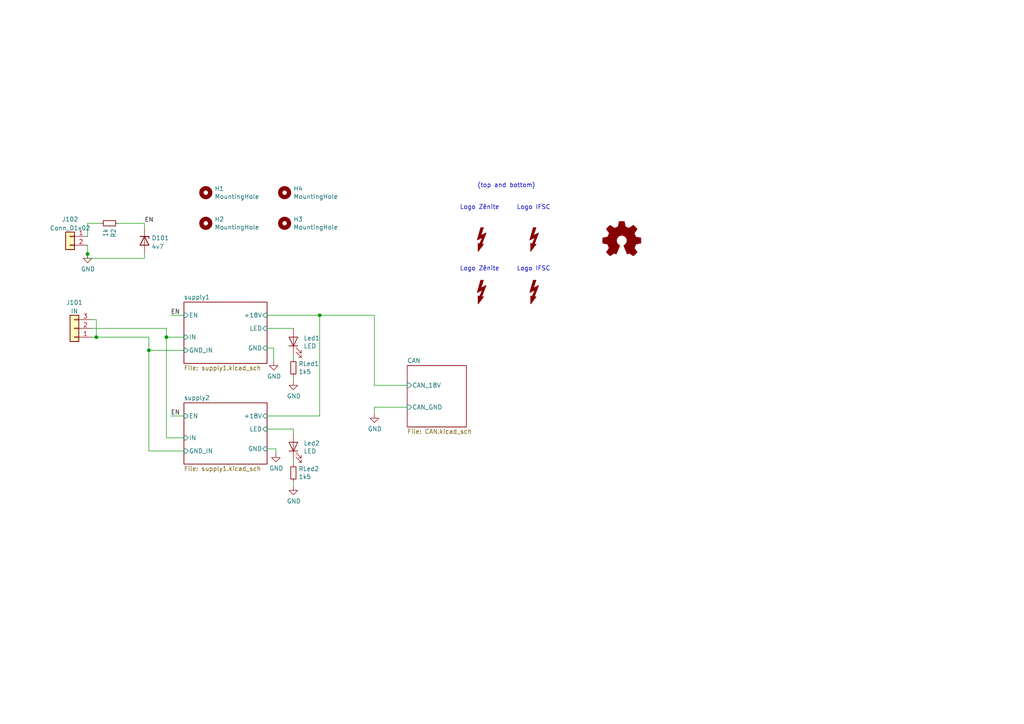
<source format=kicad_sch>
(kicad_sch (version 20211123) (generator eeschema)
  (paper "A4")
  (lib_symbols
    (symbol "Connector_Generic:Conn_01x02" (pin_names (offset 1.016) hide)
      (property "Reference" "J" (at 0 2.54 0))
      (property "Value" "Conn_01x02" (at 0 -5.08 0))
      (symbol "Conn_01x02_1_1"
        (rectangle (start -1.27 -2.413) (end 0 -2.667) (stroke (width 0.1524)))
        (rectangle (start -1.27 0.127) (end 0 -0.127) (stroke (width 0.1524)))
        (rectangle (start -1.27 1.27) (end 1.27 -3.81) (stroke (width 0.254)) (fill (type background)))
        (pin passive line (at -5.08 0 0) (length 3.81) (name "Pin_1") (number "1"))
        (pin passive line (at -5.08 -2.54 0) (length 3.81) (name "Pin_2") (number "2"))
      )
    )
    (symbol "Connector_Generic:Conn_01x03" (pin_names (offset 1.016) hide)
      (property "Reference" "J" (at 0 5.08 0))
      (property "Value" "Conn_01x03" (at 0 -5.08 0))
      (symbol "Conn_01x03_1_1"
        (rectangle (start -1.27 -2.413) (end 0 -2.667) (stroke (width 0.1524)))
        (rectangle (start -1.27 0.127) (end 0 -0.127) (stroke (width 0.1524)))
        (rectangle (start -1.27 2.667) (end 0 2.413) (stroke (width 0.1524)))
        (rectangle (start -1.27 3.81) (end 1.27 -3.81) (stroke (width 0.254)) (fill (type background)))
        (pin passive line (at -5.08 2.54 0) (length 3.81) (name "Pin_1") (number "1"))
        (pin passive line (at -5.08 0 0) (length 3.81) (name "Pin_2") (number "2"))
        (pin passive line (at -5.08 -2.54 0) (length 3.81) (name "Pin_3") (number "3"))
      )
    )
    (symbol "Device:D_Zener" (pin_numbers hide) (pin_names (offset 1.016) hide)
      (property "Reference" "D" (at 0 2.54 0))
      (property "Value" "D_Zener" (at 0 -2.54 0))
      (symbol "D_Zener_0_1"
        (polyline (pts (xy 1.27 0) (xy -1.27 0)))
        (polyline (pts (xy -1.27 -1.27) (xy -1.27 1.27) (xy -0.762 1.27)) (stroke (width 0.254)))
        (polyline (pts (xy 1.27 -1.27) (xy 1.27 1.27) (xy -1.27 0) (xy 1.27 -1.27)) (stroke (width 0.254)))
      )
      (symbol "D_Zener_1_1"
        (pin passive line (at -3.81 0 0) (length 2.54) (name "K") (number "1"))
        (pin passive line (at 3.81 0 180) (length 2.54) (name "A") (number "2"))
      )
    )
    (symbol "Graphic:Logo_Open_Hardware_Small" (pin_names (offset 1.016))
      (symbol "Logo_Open_Hardware_Small_0_1"
        (polyline (pts (xy 3.3528 -4.3434) (xy 3.302 -4.318) (xy 3.175 -4.2418) (xy 2.9972 -4.1148) (xy 2.7686 -3.9624) (xy 2.54 -3.81) (xy 2.3622 -3.7084) (xy 2.2352 -3.6068) (xy 2.1844 -3.5814) (xy 2.159 -3.6068) (xy 2.0574 -3.6576) (xy 1.905 -3.7338) (xy 1.8034 -3.7846) (xy 1.6764 -3.8354) (xy 1.6002 -3.8354) (xy 1.6002 -3.8354) (xy 1.5494 -3.7338) (xy 1.4732 -3.5306) (xy 1.3462 -3.302) (xy 1.2446 -3.0226) (xy 1.1176 -2.7178) (xy 0.9652 -2.413) (xy 0.8636 -2.1082) (xy 0.7366 -1.8288) (xy 0.6604 -1.6256) (xy 0.6096 -1.4732) (xy 0.5842 -1.397) (xy 0.5842 -1.397) (xy 0.6604 -1.3208) (xy 0.7874 -1.2446) (xy 1.0414 -1.016) (xy 1.2954 -0.6858) (xy 1.4478 -0.3302) (xy 1.524 0.0762) (xy 1.4732 0.4572) (xy 1.3208 0.8128) (xy 1.0668 1.143) (xy 0.762 1.3716) (xy 0.4064 1.524) (xy 0 1.5748) (xy -0.381 1.5494) (xy -0.7366 1.397) (xy -1.0668 1.143) (xy -1.2192 0.9906) (xy -1.397 0.6604) (xy -1.524 0.3048) (xy -1.524 0.2286) (xy -1.4986 -0.1778) (xy -1.397 -0.5334) (xy -1.1938 -0.8636) (xy -0.9144 -1.143) (xy -0.8636 -1.1684) (xy -0.7366 -1.27) (xy -0.635 -1.3462) (xy -0.5842 -1.397) (xy -1.0668 -2.5908) (xy -1.143 -2.794) (xy -1.2954 -3.1242) (xy -1.397 -3.4036) (xy -1.4986 -3.6322) (xy -1.5748 -3.7846) (xy -1.6002 -3.8354) (xy -1.6002 -3.8354) (xy -1.651 -3.8354) (xy -1.7272 -3.81) (xy -1.905 -3.7338) (xy -2.0066 -3.683) (xy -2.1336 -3.6068) (xy -2.2098 -3.5814) (xy -2.2606 -3.6068) (xy -2.3622 -3.683) (xy -2.54 -3.81) (xy -2.7686 -3.9624) (xy -2.9718 -4.0894) (xy -3.1496 -4.2164) (xy -3.302 -4.318) (xy -3.3528 -4.3434) (xy -3.3782 -4.3434) (xy -3.429 -4.318) (xy -3.5306 -4.2164) (xy -3.7084 -4.064) (xy -3.937 -3.8354) (xy -3.9624 -3.81) (xy -4.1656 -3.6068) (xy -4.318 -3.4544) (xy -4.4196 -3.3274) (xy -4.445 -3.2766) (xy -4.445 -3.2766) (xy -4.4196 -3.2258) (xy -4.318 -3.0734) (xy -4.2164 -2.8956) (xy -4.064 -2.667) (xy -3.6576 -2.0828) (xy -3.8862 -1.5494) (xy -3.937 -1.3716) (xy -4.0386 -1.1684) (xy -4.0894 -1.0414) (xy -4.1148 -0.9652) (xy -4.191 -0.9398) (xy -4.318 -0.9144) (xy -4.5466 -0.8636) (xy -4.8006 -0.8128) (xy -5.0546 -0.7874) (xy -5.2578 -0.7366) (xy -5.4356 -0.7112) (xy -5.5118 -0.6858) (xy -5.5118 -0.6858) (xy -5.5372 -0.635) (xy -5.5372 -0.5588) (xy -5.5372 -0.4318) (xy -5.5626 -0.2286) (xy -5.5626 0.0762) (xy -5.5626 0.127) (xy -5.5372 0.4064) (xy -5.5372 0.635) (xy -5.5372 0.762) (xy -5.5372 0.8382) (xy -5.5372 0.8382) (xy -5.461 0.8382) (xy -5.3086 0.889) (xy -5.08 0.9144) (xy -4.826 0.9652) (xy -4.8006 0.9906) (xy -4.5466 1.0414) (xy -4.318 1.0668) (xy -4.1656 1.1176) (xy -4.0894 1.143) (xy -4.0894 1.143) (xy -4.0386 1.2446) (xy -3.9624 1.4224) (xy -3.8608 1.6256) (xy -3.7846 1.8288) (xy -3.7084 2.0066) (xy -3.6576 2.159) (xy -3.6322 2.2098) (xy -3.6322 2.2098) (xy -3.683 2.286) (xy -3.7592 2.413) (xy -3.8862 2.5908) (xy -4.064 2.8194) (xy -4.064 2.8448) (xy -4.2164 3.0734) (xy -4.3434 3.2512) (xy -4.4196 3.3782) (xy -4.445 3.4544) (xy -4.445 3.4544) (xy -4.3942 3.5052) (xy -4.2926 3.6322) (xy -4.1148 3.81) (xy -3.937 4.0132) (xy -3.8608 4.064) (xy -3.6576 4.2926) (xy -3.5052 4.4196) (xy -3.4036 4.4958) (xy -3.3528 4.5212) (xy -3.3528 4.5212) (xy -3.302 4.4704) (xy -3.1496 4.3688) (xy -2.9718 4.2418) (xy -2.7432 4.0894) (xy -2.7178 4.0894) (xy -2.4892 3.937) (xy -2.3114 3.81) (xy -2.1844 3.7084) (xy -2.1336 3.683) (xy -2.1082 3.683) (xy -2.032 3.7084) (xy -1.8542 3.7592) (xy -1.6764 3.8354) (xy -1.4732 3.937) (xy -1.27 4.0132) (xy -1.143 4.064) (xy -1.0668 4.1148) (xy -1.0668 4.1148) (xy -1.0414 4.191) (xy -1.016 4.3434) (xy -0.9652 4.572) (xy -0.9144 4.8514) (xy -0.889 4.9022) (xy -0.8382 5.1562) (xy -0.8128 5.3848) (xy -0.7874 5.5372) (xy -0.762 5.588) (xy -0.7112 5.6134) (xy -0.5842 5.6134) (xy -0.4064 5.6134) (xy -0.1524 5.6134) (xy 0.0762 5.6134) (xy 0.3302 5.6134) (xy 0.5334 5.6134) (xy 0.6858 5.588) (xy 0.7366 5.588) (xy 0.7366 5.588) (xy 0.762 5.5118) (xy 0.8128 5.334) (xy 0.8382 5.1054) (xy 0.9144 4.826) (xy 0.9144 4.7752) (xy 0.9652 4.5212) (xy 1.016 4.2926) (xy 1.0414 4.1402) (xy 1.0668 4.0894) (xy 1.0668 4.0894) (xy 1.1938 4.0386) (xy 1.3716 3.9624) (xy 1.5748 3.8608) (xy 2.0828 3.6576) (xy 2.7178 4.0894) (xy 2.7686 4.1402) (xy 2.9972 4.2926) (xy 3.175 4.4196) (xy 3.302 4.4958) (xy 3.3782 4.5212) (xy 3.3782 4.5212) (xy 3.429 4.4704) (xy 3.556 4.3434) (xy 3.7338 4.191) (xy 3.9116 3.9878) (xy 4.064 3.8354) (xy 4.2418 3.6576) (xy 4.3434 3.556) (xy 4.4196 3.4798) (xy 4.4196 3.429) (xy 4.4196 3.4036) (xy 4.3942 3.3274) (xy 4.2926 3.2004) (xy 4.1656 2.9972) (xy 4.0132 2.794) (xy 3.8862 2.5908) (xy 3.7592 2.3876) (xy 3.6576 2.2352) (xy 3.6322 2.159) (xy 3.6322 2.1336) (xy 3.683 2.0066) (xy 3.7592 1.8288) (xy 3.8608 1.6002) (xy 4.064 1.1176) (xy 4.3942 1.0414) (xy 4.5974 1.016) (xy 4.8768 0.9652) (xy 5.1308 0.9144) (xy 5.5372 0.8382) (xy 5.5626 -0.6604) (xy 5.4864 -0.6858) (xy 5.4356 -0.6858) (xy 5.2832 -0.7366) (xy 5.0546 -0.762) (xy 4.8006 -0.8128) (xy 4.5974 -0.8636) (xy 4.3688 -0.9144) (xy 4.2164 -0.9398) (xy 4.1402 -0.9398) (xy 4.1148 -0.9652) (xy 4.064 -1.0668) (xy 3.9878 -1.2446) (xy 3.9116 -1.4478) (xy 3.81 -1.651) (xy 3.7338 -1.8542) (xy 3.683 -2.0066) (xy 3.6576 -2.0828) (xy 3.683 -2.1336) (xy 3.7846 -2.2606) (xy 3.8862 -2.4638) (xy 4.0386 -2.667) (xy 4.191 -2.8956) (xy 4.318 -3.0734) (xy 4.3942 -3.2004) (xy 4.445 -3.2766) (xy 4.4196 -3.3274) (xy 4.3434 -3.429) (xy 4.1656 -3.5814) (xy 3.937 -3.8354) (xy 3.8862 -3.8608) (xy 3.683 -4.064) (xy 3.5306 -4.2164) (xy 3.4036 -4.318) (xy 3.3528 -4.3434)) (fill (type outline)))
      )
    )
    (symbol "Graphic:SYM_Flash_Small" (pin_names (offset 1.016))
      (symbol "SYM_Flash_Small_0_1"
        (polyline (pts (xy 0.508 -1.016) (xy -1.016 -0.762) (xy -1.016 -3.048) (xy 0.508 -1.016)) (stroke (width 0.2032)) (fill (type outline)))
        (polyline (pts (xy -0.254 3.81) (xy 0.508 3.81) (xy -0.254 1.524) (xy 1.27 2.286) (xy 0 -1.016) (xy -0.508 -0.762) (xy 0.254 1.016) (xy -1.27 0.254) (xy -0.254 3.81)) (stroke (width 0.2032)) (fill (type outline)))
      )
    )
    (symbol "Mechanical:MountingHole" (pin_names (offset 1.016))
      (property "Reference" "H" (at 0 5.08 0))
      (property "Value" "MountingHole" (at 0 3.175 0))
      (symbol "MountingHole_0_1"
        (circle (center 0 0) (radius 1.27) (stroke (width 1.27)))
      )
    )
    (symbol "fonte_18V-rescue:GND-power" (power) (pin_names (offset 0))
      (property "Value" "GND-power" (at 0 -3.81 0))
      (symbol "GND-power_0_1"
        (polyline (pts (xy 0 0) (xy 0 -1.27) (xy 1.27 -1.27) (xy 0 -2.54) (xy -1.27 -1.27) (xy 0 -1.27)))
      )
      (symbol "GND-power_1_1"
        (pin power_in line (at 0 0 270) (length 0) hide (name "GND") (number "1"))
      )
    )
    (symbol "fonte_18V-rescue:LED-Device" (pin_numbers hide) (pin_names (offset 1.016) hide)
      (property "Reference" "D" (at 0 2.54 0))
      (property "Value" "LED-Device" (at 0 -2.54 0))
      (symbol "LED-Device_0_1"
        (polyline (pts (xy -1.27 -1.27) (xy -1.27 1.27)) (stroke (width 0.2032)))
        (polyline (pts (xy -1.27 0) (xy 1.27 0)))
        (polyline (pts (xy 1.27 -1.27) (xy 1.27 1.27) (xy -1.27 0) (xy 1.27 -1.27)) (stroke (width 0.2032)))
        (polyline (pts (xy -3.048 -0.762) (xy -4.572 -2.286) (xy -3.81 -2.286) (xy -4.572 -2.286) (xy -4.572 -1.524)))
        (polyline (pts (xy -1.778 -0.762) (xy -3.302 -2.286) (xy -2.54 -2.286) (xy -3.302 -2.286) (xy -3.302 -1.524)))
      )
      (symbol "LED-Device_1_1"
        (pin passive line (at -3.81 0 0) (length 2.54) (name "K") (number "1"))
        (pin passive line (at 3.81 0 180) (length 2.54) (name "A") (number "2"))
      )
    )
    (symbol "fonte_18V-rescue:R_Small-Device" (pin_numbers hide) (pin_names (offset 0.254) hide)
      (property "Reference" "R" (at 0.762 0.508 0))
      (property "Value" "R_Small-Device" (at 0.762 -1.016 0))
      (symbol "R_Small-Device_0_1"
        (rectangle (start -0.762 1.778) (end 0.762 -1.778) (stroke (width 0.2032)))
      )
      (symbol "R_Small-Device_1_1"
        (pin passive line (at 0 2.54 270) (length 0.762) (name "~") (number "1"))
        (pin passive line (at 0 -2.54 90) (length 0.762) (name "~") (number "2"))
      )
    )
  )
  (junction (at 27.94 97.79))
  (junction (at 43.18 101.6))
  (junction (at 92.71 91.44))
  (junction (at 25.4 73.66))
  (junction (at 48.26 97.79))
  (wire (pts (xy 41.91 74.93) (xy 41.91 73.66)))
  (wire (pts (xy 25.4 74.93) (xy 25.4 73.66)))
  (wire (pts (xy 53.34 97.79) (xy 48.26 97.79)))
  (wire (pts (xy 25.4 68.58) (xy 25.4 64.77)))
  (wire (pts (xy 43.18 101.6) (xy 43.18 130.81)))
  (wire (pts (xy 85.09 133.35) (xy 85.09 134.62)))
  (wire (pts (xy 26.67 92.71) (xy 27.94 92.71)))
  (wire (pts (xy 108.585 111.76) (xy 118.11 111.76)))
  (wire (pts (xy 27.94 97.79) (xy 43.18 97.79)))
  (wire (pts (xy 48.26 97.79) (xy 48.26 127)))
  (wire (pts (xy 26.67 97.79) (xy 27.94 97.79)))
  (wire (pts (xy 118.11 118.11) (xy 108.585 118.11)))
  (wire (pts (xy 85.09 139.7) (xy 85.09 140.97)))
  (wire (pts (xy 108.585 91.44) (xy 108.585 111.76)))
  (wire (pts (xy 48.26 95.25) (xy 48.26 97.79)))
  (wire (pts (xy 85.09 124.46) (xy 85.09 125.73)))
  (wire (pts (xy 77.47 130.175) (xy 80.01 130.175)))
  (wire (pts (xy 85.09 109.22) (xy 85.09 110.49)))
  (wire (pts (xy 92.71 91.44) (xy 108.585 91.44)))
  (wire (pts (xy 108.585 118.11) (xy 108.585 120.015)))
  (wire (pts (xy 34.29 64.77) (xy 41.91 64.77)))
  (wire (pts (xy 79.375 100.965) (xy 79.375 104.775)))
  (wire (pts (xy 77.47 91.44) (xy 92.71 91.44)))
  (wire (pts (xy 80.01 130.175) (xy 80.01 131.445)))
  (wire (pts (xy 77.47 100.965) (xy 79.375 100.965)))
  (wire (pts (xy 53.34 130.81) (xy 43.18 130.81)))
  (wire (pts (xy 25.4 74.93) (xy 41.91 74.93)))
  (wire (pts (xy 26.67 95.25) (xy 48.26 95.25)))
  (wire (pts (xy 27.94 92.71) (xy 27.94 97.79)))
  (wire (pts (xy 48.26 127) (xy 53.34 127)))
  (wire (pts (xy 77.47 124.46) (xy 85.09 124.46)))
  (wire (pts (xy 25.4 64.77) (xy 29.21 64.77)))
  (wire (pts (xy 77.47 95.25) (xy 85.09 95.25)))
  (wire (pts (xy 49.53 91.44) (xy 53.34 91.44)))
  (wire (pts (xy 43.18 97.79) (xy 43.18 101.6)))
  (wire (pts (xy 77.47 120.65) (xy 92.71 120.65)))
  (wire (pts (xy 85.09 102.87) (xy 85.09 104.14)))
  (wire (pts (xy 92.71 120.65) (xy 92.71 91.44)))
  (wire (pts (xy 49.53 120.65) (xy 53.34 120.65)))
  (wire (pts (xy 43.18 101.6) (xy 53.34 101.6)))
  (wire (pts (xy 41.91 64.77) (xy 41.91 66.04)))
  (wire (pts (xy 25.4 71.12) (xy 25.4 73.66)))
  (text "Logo Zênite" (at 133.35 60.96 0) (effects (font (size 1.27 1.27)) (justify left bottom)))
  (text "Logo IFSC" (at 149.86 60.96 0) (effects (font (size 1.27 1.27)) (justify left bottom)))
  (text "Logo IFSC" (at 149.86 78.74 0) (effects (font (size 1.27 1.27)) (justify left bottom)))
  (text "(top and bottom)" (at 138.43 54.61 0) (effects (font (size 1.27 1.27)) (justify left bottom)))
  (text "Logo Zênite" (at 133.35 78.74 0) (effects (font (size 1.27 1.27)) (justify left bottom)))
  (label "EN" (at 49.53 91.44 0))
  (label "EN" (at 49.53 120.65 0))
  (label "EN" (at 41.91 64.77 0))
  (symbol (lib_id "fonte_18V-rescue:R_Small-Device") (at 85.09 106.68 0) (unit 1)
    (property "Reference" "RLed1" (at 86.5886 105.5116 0) (effects (justify left)))
    (property "Value" "1k5" (at 86.5886 107.823 0) (effects (justify left)))
    (property "Footprint" "Resistor_SMD:R_0805_2012Metric_Pad1.20x1.40mm_HandSolder" (effects hide))
  )
  (symbol (lib_id "fonte_18V-rescue:LED-Device") (at 85.09 99.06 90) (unit 1)
    (property "Reference" "Led1" (at 88.0618 98.0694 90) (effects (justify right)))
    (property "Value" "LED" (at 88.0618 100.3808 90) (effects (justify right)))
    (property "Footprint" "LED_SMD:LED_0805_2012Metric_Pad1.15x1.40mm_HandSolder" (effects hide))
  )
  (symbol (lib_id "fonte_18V-rescue:R_Small-Device") (at 31.75 64.77 270) (unit 1)
    (property "Reference" "R2" (at 32.9184 66.2686 0) (effects (justify left)))
    (property "Value" "1k" (at 30.607 66.2686 0) (effects (justify left)))
    (property "Footprint" "Resistor_SMD:R_0805_2012Metric_Pad1.20x1.40mm_HandSolder" (effects hide))
  )
  (symbol (lib_id "fonte_18V-rescue:GND-power") (at 25.4 73.66 0) (unit 1)
    (property "Reference" "#PWR01" (effects hide))
    (property "Value" "GND" (at 25.527 78.0542 0))
  )
  (symbol (lib_id "Mechanical:MountingHole") (at 82.55 55.88 0) (unit 1)
    (property "Reference" "H4" (at 85.09 54.7116 0) (effects (justify left)))
    (property "Value" "MountingHole" (at 85.09 57.023 0) (effects (justify left)))
    (property "Footprint" "MountingHole:MountingHole_3.2mm_M3" (effects hide))
  )
  (symbol (lib_id "Mechanical:MountingHole") (at 82.55 64.77 0) (unit 1)
    (property "Reference" "H3" (at 85.09 63.6016 0) (effects (justify left)))
    (property "Value" "MountingHole" (at 85.09 65.913 0) (effects (justify left)))
    (property "Footprint" "MountingHole:MountingHole_3.2mm_M3" (effects hide))
  )
  (symbol (lib_id "Mechanical:MountingHole") (at 59.69 64.77 0) (unit 1)
    (property "Reference" "H2" (at 62.23 63.6016 0) (effects (justify left)))
    (property "Value" "MountingHole" (at 62.23 65.913 0) (effects (justify left)))
    (property "Footprint" "MountingHole:MountingHole_3.2mm_M3" (effects hide))
  )
  (symbol (lib_id "Mechanical:MountingHole") (at 59.69 55.88 0) (unit 1)
    (property "Reference" "H1" (at 62.23 54.7116 0) (effects (justify left)))
    (property "Value" "MountingHole" (at 62.23 57.023 0) (effects (justify left)))
    (property "Footprint" "MountingHole:MountingHole_3.2mm_M3" (effects hide))
  )
  (symbol (lib_id "fonte_18V-rescue:R_Small-Device") (at 85.09 137.16 0) (unit 1)
    (property "Reference" "RLed2" (at 86.5886 135.9916 0) (effects (justify left)))
    (property "Value" "1k5" (at 86.5886 138.303 0) (effects (justify left)))
    (property "Footprint" "Resistor_SMD:R_0805_2012Metric_Pad1.20x1.40mm_HandSolder" (effects hide))
  )
  (symbol (lib_id "fonte_18V-rescue:GND-power") (at 85.09 110.49 0) (unit 1)
    (property "Reference" "#PWR0102" (effects hide))
    (property "Value" "GND" (at 85.217 114.8842 0))
  )
  (symbol (lib_id "Graphic:SYM_Flash_Small") (at 139.7 85.09 0) (unit 1)
    (property "Reference" "SYM102" (effects hide))
    (property "Value" "SYM_Flash_Small" (effects hide))
    (property "Footprint" "KicadZeniteSolarLibrary18:symbol_logoZenite" (effects hide))
  )
  (symbol (lib_id "Graphic:SYM_Flash_Small") (at 154.94 85.09 0) (unit 1)
    (property "Reference" "SYM104" (effects hide))
    (property "Value" "SYM_Flash_Small" (effects hide))
    (property "Footprint" "KicadZeniteSolarLibrary18:synbol_logoifsc" (effects hide))
  )
  (symbol (lib_id "fonte_18V-rescue:GND-power") (at 108.585 120.015 0) (unit 1)
    (property "Reference" "#PWR0106" (effects hide))
    (property "Value" "GND" (at 108.712 124.4092 0))
  )
  (symbol (lib_id "fonte_18V-rescue:GND-power") (at 79.375 104.775 0) (unit 1)
    (property "Reference" "#PWR0104" (effects hide))
    (property "Value" "GND" (at 79.502 109.1692 0))
  )
  (symbol (lib_id "Graphic:Logo_Open_Hardware_Small") (at 180.34 69.85 0) (unit 1)
    (property "Reference" "LOGO101" (effects hide))
    (property "Value" "Logo_Open_Hardware_Small" (effects hide))
    (property "Footprint" "Symbol:OSHW-Logo2_7.3x6mm_SilkScreen" (effects hide))
  )
  (symbol (lib_id "fonte_18V-rescue:LED-Device") (at 85.09 129.54 90) (unit 1)
    (property "Reference" "Led2" (at 88.0618 128.5494 90) (effects (justify right)))
    (property "Value" "LED" (at 88.0618 130.8608 90) (effects (justify right)))
    (property "Footprint" "LED_SMD:LED_0805_2012Metric_Pad1.15x1.40mm_HandSolder" (effects hide))
  )
  (symbol (lib_id "Device:D_Zener") (at 41.91 69.85 270) (unit 1)
    (property "Reference" "D101" (at 43.942 69.0153 90) (effects (justify left)))
    (property "Value" "4v7" (at 43.942 71.5522 90) (effects (justify left)))
    (property "Footprint" "Diode_SMD:D_MiniMELF" (effects hide))
  )
  (symbol (lib_id "Graphic:SYM_Flash_Small") (at 154.94 69.85 0) (unit 1)
    (property "Reference" "SYM103" (effects hide))
    (property "Value" "SYM_Flash_Small" (effects hide))
    (property "Footprint" "KicadZeniteSolarLibrary18:synbol_logoifsc" (effects hide))
  )
  (symbol (lib_id "fonte_18V-rescue:GND-power") (at 85.09 140.97 0) (unit 1)
    (property "Reference" "#PWR0105" (effects hide))
    (property "Value" "GND" (at 85.217 145.3642 0))
  )
  (symbol (lib_id "Graphic:SYM_Flash_Small") (at 139.7 69.85 0) (unit 1)
    (property "Reference" "SYM101" (effects hide))
    (property "Value" "SYM_Flash_Small" (effects hide))
    (property "Footprint" "KicadZeniteSolarLibrary18:symbol_logoZenite" (effects hide))
  )
  (symbol (lib_id "Connector_Generic:Conn_01x03") (at 21.59 95.25 180) (unit 1)
    (property "Reference" "J101" (at 21.59 87.7402 0))
    (property "Value" "IN" (at 21.59 90.2771 0))
    (property "Footprint" "TerminalBlock:TerminalBlock_bornier-3_P5.08mm" (effects hide))
  )
  (symbol (lib_id "Connector_Generic:Conn_01x02") (at 20.32 68.58 0) (mirror y) (unit 1)
    (property "Reference" "J102" (at 20.32 63.6102 0))
    (property "Value" "Conn_01x02" (at 20.32 66.1471 0))
    (property "Footprint" "TerminalBlock:TerminalBlock_bornier-2_P5.08mm" (effects hide))
  )
  (symbol (lib_id "fonte_18V-rescue:GND-power") (at 80.01 131.445 0) (unit 1)
    (property "Reference" "#PWR0111" (effects hide))
    (property "Value" "GND" (at 80.137 135.8392 0))
  )
  (sheet (at 118.11 106.045) (size 17.145 17.78) (stroke (width 0.1524))
    (property "Sheet name" "CAN" (at 118.11 105.3334 0) (effects (justify left bottom)))
    (property "Sheet file" "CAN.kicad_sch" (at 118.11 124.4096 0) (effects (justify left top)))
    (pin "CAN_GND" input (at 118.11 118.11 180))
    (pin "CAN_18V" input (at 118.11 111.76 180))
  )
  (sheet (at 53.34 116.84) (size 24.13 17.78) (stroke (width 0.1524))
    (property "Sheet name" "supply2" (at 53.34 116.1284 0) (effects (justify left bottom)))
    (property "Sheet file" "supply1.kicad_sch" (at 53.34 135.2046 0) (effects (justify left top)))
    (pin "EN" input (at 53.34 120.65 180))
    (pin "+18V" input (at 77.47 120.65 0))
    (pin "IN" input (at 53.34 127 180))
    (pin "GND" input (at 77.47 130.175 0))
    (pin "GND_IN" input (at 53.34 130.81 180))
    (pin "LED" input (at 77.47 124.46 0))
  )
  (sheet (at 53.34 87.63) (size 24.13 17.78) (stroke (width 0.1524))
    (property "Sheet name" "supply1" (at 53.34 86.9184 0) (effects (justify left bottom)))
    (property "Sheet file" "supply1.kicad_sch" (at 53.34 105.9946 0) (effects (justify left top)))
    (pin "EN" input (at 53.34 91.44 180))
    (pin "+18V" input (at 77.47 91.44 0))
    (pin "IN" input (at 53.34 97.79 180))
    (pin "GND" input (at 77.47 100.965 0))
    (pin "GND_IN" input (at 53.34 101.6 180))
    (pin "LED" input (at 77.47 95.25 0))
  )
)
</source>
